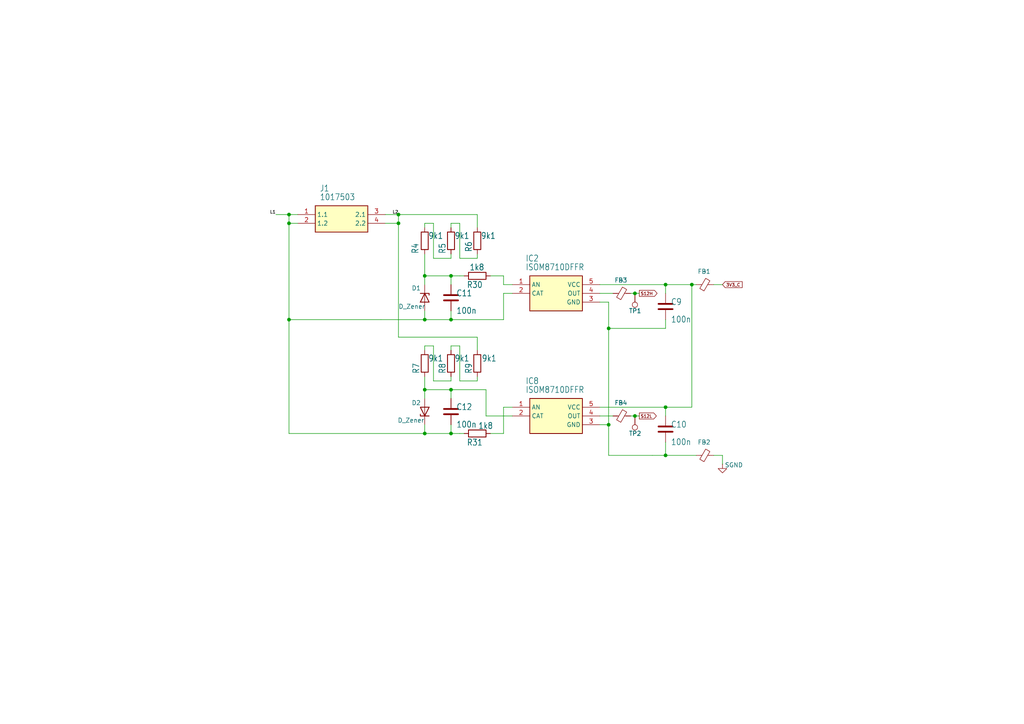
<source format=kicad_sch>
(kicad_sch (version 20231120) (generator "eeschema") (generator_version "8.0")
  (paper "A4")
  (lib_symbols
    (symbol "1017503:1017503"
      (property "Reference" "J" (at 21.59 7.62 0))
      (property "Value" "1017503" (at 21.59 5.08 0))
      (symbol "1017503_1_1"
        (rectangle (start 5.08 2.54) (end 20.32 -5.08) (stroke (width 0.254)) (fill (type background)))
        (pin passive line (at 0 0 0) (length 5.08) (name "1.1") (number "1"))
        (pin passive line (at 0 -2.54 0) (length 5.08) (name "1.2") (number "2"))
        (pin passive line (at 25.4 0 180) (length 5.08) (name "2.1") (number "3"))
        (pin passive line (at 25.4 -2.54 180) (length 5.08) (name "2.2") (number "4"))
      )
    )
    (symbol "Connector:TestPoint" (pin_numbers hide) (pin_names (offset 0.762) hide)
      (property "Reference" "TP" (at 0 6.858 0))
      (property "Value" "TestPoint" (at 0 5.08 0))
      (symbol "TestPoint_0_1"
        (circle (center 0 3.302) (radius 0.762))
      )
      (symbol "TestPoint_1_1"
        (pin passive line (at 0 0 90) (length 2.54) (name "1") (number "1"))
      )
    )
    (symbol "Device:C" (pin_numbers hide) (pin_names (offset 0.254))
      (property "Reference" "C" (at 0.635 2.54 0))
      (property "Value" "C" (at 0.635 -2.54 0))
      (symbol "C_0_1"
        (polyline (pts (xy -2.032 -0.762) (xy 2.032 -0.762)) (stroke (width 0.508)))
        (polyline (pts (xy -2.032 0.762) (xy 2.032 0.762)) (stroke (width 0.508)))
      )
      (symbol "C_1_1"
        (pin passive line (at 0 3.81 270) (length 2.794) (name "~") (number "1"))
        (pin passive line (at 0 -3.81 90) (length 2.794) (name "~") (number "2"))
      )
    )
    (symbol "Device:D_Zener" (pin_numbers hide) (pin_names (offset 1.016) hide)
      (property "Reference" "D" (at 0 2.54 0))
      (property "Value" "D_Zener" (at 0 -2.54 0))
      (symbol "D_Zener_0_1"
        (polyline (pts (xy 1.27 0) (xy -1.27 0)))
        (polyline (pts (xy -1.27 -1.27) (xy -1.27 1.27) (xy -0.762 1.27)) (stroke (width 0.254)))
        (polyline (pts (xy 1.27 -1.27) (xy 1.27 1.27) (xy -1.27 0) (xy 1.27 -1.27)) (stroke (width 0.254)))
      )
      (symbol "D_Zener_1_1"
        (pin passive line (at -3.81 0 0) (length 2.54) (name "K") (number "1"))
        (pin passive line (at 3.81 0 180) (length 2.54) (name "A") (number "2"))
      )
    )
    (symbol "Device:FerriteBead_Small" (pin_numbers hide) (pin_names (offset 0))
      (property "Reference" "FB" (at 1.905 1.27 0))
      (property "Value" "FerriteBead_Small" (at 1.905 -1.27 0))
      (symbol "FerriteBead_Small_0_1"
        (polyline (pts (xy 0 -1.27) (xy 0 -0.7874)))
        (polyline (pts (xy 0 0.889) (xy 0 1.2954)))
        (polyline (pts (xy -1.8288 0.2794) (xy -1.1176 1.4986) (xy 1.8288 -0.2032) (xy 1.1176 -1.4224) (xy -1.8288 0.2794)))
      )
      (symbol "FerriteBead_Small_1_1"
        (pin passive line (at 0 2.54 270) (length 1.27) (name "~") (number "1"))
        (pin passive line (at 0 -2.54 90) (length 1.27) (name "~") (number "2"))
      )
    )
    (symbol "Device:R" (pin_numbers hide) (pin_names (offset 0))
      (property "Reference" "R" (at 2.032 0 90))
      (property "Value" "R" (at 0 0 90))
      (symbol "R_0_1"
        (rectangle (start -1.016 -2.54) (end 1.016 2.54) (stroke (width 0.254)))
      )
      (symbol "R_1_1"
        (pin passive line (at 0 3.81 270) (length 1.27) (name "~") (number "1"))
        (pin passive line (at 0 -3.81 90) (length 1.27) (name "~") (number "2"))
      )
    )
    (symbol "ISOM8710DFFR:ISOM8710DFFR"
      (property "Reference" "IC" (at 21.59 7.62 0))
      (property "Value" "ISOM8710DFFR" (at 21.59 5.08 0))
      (symbol "ISOM8710DFFR_1_1"
        (rectangle (start 5.08 2.54) (end 20.32 -7.62) (stroke (width 0.254)) (fill (type background)))
        (pin passive line (at 0 0 0) (length 5.08) (name "AN") (number "1"))
        (pin passive line (at 0 -2.54 0) (length 5.08) (name "CAT") (number "2"))
        (pin passive line (at 25.4 -5.08 180) (length 5.08) (name "GND") (number "3"))
        (pin passive line (at 25.4 -2.54 180) (length 5.08) (name "OUT") (number "4"))
        (pin passive line (at 25.4 0 180) (length 5.08) (name "VCC") (number "5"))
      )
    )
    (symbol "power:GND2" (power) (pin_numbers hide) (pin_names (offset 0) hide)
      (property "Value" "GND2" (at 0 -3.81 0))
      (symbol "GND2_0_1"
        (polyline (pts (xy 0 0) (xy 0 -1.27) (xy 1.27 -1.27) (xy 0 -2.54) (xy -1.27 -1.27) (xy 0 -1.27)))
      )
      (symbol "GND2_1_1"
        (pin power_in line (at 0 0 270) (length 0) (name "~") (number "1"))
      )
    )
  )
  (junction (at 123.19 125.73))
  (junction (at 184.15 85.09))
  (junction (at 115.57 64.77))
  (junction (at 184.15 120.65))
  (junction (at 176.53 95.25))
  (junction (at 83.82 92.71))
  (junction (at 130.81 80.01))
  (junction (at 115.57 62.23))
  (junction (at 123.19 92.71))
  (junction (at 176.53 123.19))
  (junction (at 200.66 82.55))
  (junction (at 83.82 62.23))
  (junction (at 193.04 118.11))
  (junction (at 193.04 132.08))
  (junction (at 123.19 80.01))
  (junction (at 130.81 125.73))
  (junction (at 83.82 64.77))
  (junction (at 123.19 113.03))
  (junction (at 130.81 113.03))
  (junction (at 193.04 82.55))
  (junction (at 130.81 92.71))
  (wire (pts (xy 123.19 90.17) (xy 123.19 92.71)))
  (wire (pts (xy 130.81 125.73) (xy 123.19 125.73)) (stroke (width 0.1524)))
  (wire (pts (xy 189.23 132.08) (xy 193.04 132.08)))
  (wire (pts (xy 111.76 62.23) (xy 115.57 62.23)))
  (wire (pts (xy 83.82 92.71) (xy 83.82 125.73)) (stroke (width 0.1524)))
  (wire (pts (xy 123.19 100.33) (xy 123.19 101.6)) (stroke (width 0.1524)))
  (wire (pts (xy 173.99 87.63) (xy 176.53 87.63)) (stroke (width 0.1524)))
  (wire (pts (xy 125.73 110.49) (xy 125.73 100.33)) (stroke (width 0.1524)))
  (wire (pts (xy 193.04 118.11) (xy 200.66 118.11)) (stroke (width 0.1524)))
  (wire (pts (xy 146.05 118.11) (xy 146.05 125.73)) (stroke (width 0.1524)))
  (wire (pts (xy 138.43 100.33) (xy 138.43 101.6)))
  (wire (pts (xy 123.19 110.49) (xy 123.19 113.03)) (stroke (width 0.1524)))
  (wire (pts (xy 123.19 80.01) (xy 123.19 82.55)) (stroke (width 0.1524)))
  (wire (pts (xy 193.04 82.55) (xy 193.04 85.09)) (stroke (width 0.1524)))
  (wire (pts (xy 209.55 132.08) (xy 207.01 132.08)))
  (wire (pts (xy 86.36 62.23) (xy 83.82 62.23)))
  (wire (pts (xy 130.81 110.49) (xy 125.73 110.49)) (stroke (width 0.1524)))
  (wire (pts (xy 133.35 125.73) (xy 130.81 125.73)) (stroke (width 0.1524)))
  (wire (pts (xy 138.43 110.49) (xy 133.35 110.49)) (stroke (width 0.1524)))
  (wire (pts (xy 200.66 82.55) (xy 201.93 82.55)) (stroke (width 0.1524)))
  (wire (pts (xy 123.19 109.22) (xy 123.19 110.49)))
  (wire (pts (xy 83.82 62.23) (xy 83.82 64.77)))
  (wire (pts (xy 130.81 123.19) (xy 130.81 125.73)) (stroke (width 0.1524)))
  (wire (pts (xy 123.19 123.19) (xy 123.19 125.73)) (stroke (width 0.1524)))
  (wire (pts (xy 133.35 80.01) (xy 134.62 80.01)))
  (wire (pts (xy 173.99 123.19) (xy 176.53 123.19)) (stroke (width 0.1524)))
  (wire (pts (xy 138.43 74.93) (xy 133.35 74.93)) (stroke (width 0.1524)))
  (wire (pts (xy 133.35 80.01) (xy 130.81 80.01)) (stroke (width 0.1524)))
  (wire (pts (xy 130.81 80.01) (xy 123.19 80.01)) (stroke (width 0.1524)))
  (wire (pts (xy 133.35 125.73) (xy 134.62 125.73)))
  (wire (pts (xy 111.76 64.77) (xy 115.57 64.77)))
  (wire (pts (xy 125.73 74.93) (xy 125.73 64.77)) (stroke (width 0.1524)))
  (wire (pts (xy 83.82 64.77) (xy 86.36 64.77)))
  (wire (pts (xy 110.49 92.71) (xy 123.19 92.71)) (stroke (width 0.1524)))
  (wire (pts (xy 193.04 82.55) (xy 200.66 82.55)) (stroke (width 0.1524)))
  (wire (pts (xy 184.15 85.09) (xy 185.42 85.09)) (stroke (width 0.1524)))
  (wire (pts (xy 138.43 62.23) (xy 138.43 66.04)) (stroke (width 0.1524)))
  (wire (pts (xy 115.57 62.23) (xy 138.43 62.23)) (stroke (width 0.1524)))
  (wire (pts (xy 130.81 80.01) (xy 130.81 82.55)) (stroke (width 0.1524)))
  (wire (pts (xy 176.53 123.19) (xy 176.53 132.08)) (stroke (width 0.1524)))
  (wire (pts (xy 140.97 113.03) (xy 130.81 113.03)) (stroke (width 0.1524)))
  (wire (pts (xy 193.04 92.71) (xy 193.04 95.25)))
  (wire (pts (xy 123.19 92.71) (xy 130.81 92.71)) (stroke (width 0.1524)))
  (wire (pts (xy 193.04 132.08) (xy 201.93 132.08)))
  (wire (pts (xy 80.01 62.23) (xy 83.82 62.23)))
  (wire (pts (xy 148.59 85.09) (xy 146.05 85.09)) (stroke (width 0.1524)))
  (wire (pts (xy 176.53 87.63) (xy 176.53 95.25)) (stroke (width 0.1524)))
  (wire (pts (xy 148.59 120.65) (xy 140.97 120.65)) (stroke (width 0.1524)))
  (wire (pts (xy 184.15 120.65) (xy 185.42 120.65)) (stroke (width 0.1524)))
  (wire (pts (xy 173.99 120.65) (xy 177.8 120.65)) (stroke (width 0.1524)))
  (wire (pts (xy 83.82 92.71) (xy 110.49 92.71)))
  (wire (pts (xy 123.19 73.66) (xy 123.19 80.01)) (stroke (width 0.1524)))
  (wire (pts (xy 146.05 85.09) (xy 146.05 92.71)) (stroke (width 0.1524)))
  (wire (pts (xy 209.55 132.08) (xy 209.55 134.62)))
  (wire (pts (xy 133.35 74.93) (xy 133.35 64.77)) (stroke (width 0.1524)))
  (wire (pts (xy 146.05 82.55) (xy 146.05 80.01)) (stroke (width 0.1524)))
  (wire (pts (xy 133.35 100.33) (xy 130.81 100.33)) (stroke (width 0.1524)))
  (wire (pts (xy 130.81 64.77) (xy 130.81 66.04)))
  (wire (pts (xy 115.57 97.79) (xy 115.57 64.77)) (stroke (width 0.1524)))
  (wire (pts (xy 176.53 95.25) (xy 176.53 123.19)) (stroke (width 0.1524)))
  (wire (pts (xy 207.01 82.55) (xy 209.55 82.55)) (stroke (width 0.1524)))
  (wire (pts (xy 83.82 125.73) (xy 123.19 125.73)) (stroke (width 0.1524)))
  (wire (pts (xy 148.59 118.11) (xy 146.05 118.11)) (stroke (width 0.1524)))
  (wire (pts (xy 173.99 118.11) (xy 193.04 118.11)) (stroke (width 0.1524)))
  (wire (pts (xy 130.81 115.57) (xy 130.81 113.03)) (stroke (width 0.1524)))
  (wire (pts (xy 193.04 118.11) (xy 193.04 120.65)) (stroke (width 0.1524)))
  (wire (pts (xy 140.97 120.65) (xy 140.97 113.03)) (stroke (width 0.1524)))
  (wire (pts (xy 142.24 80.01) (xy 146.05 80.01)) (stroke (width 0.1524)))
  (wire (pts (xy 130.81 113.03) (xy 123.19 113.03)) (stroke (width 0.1524)))
  (wire (pts (xy 138.43 73.66) (xy 138.43 74.93)))
  (wire (pts (xy 182.88 120.65) (xy 184.15 120.65)) (stroke (width 0.1524)))
  (wire (pts (xy 148.59 82.55) (xy 146.05 82.55)) (stroke (width 0.1524)))
  (wire (pts (xy 176.53 132.08) (xy 189.23 132.08)) (stroke (width 0.1524)))
  (wire (pts (xy 115.57 97.79) (xy 138.43 97.79)) (stroke (width 0.1524)))
  (wire (pts (xy 173.99 85.09) (xy 177.8 85.09)) (stroke (width 0.1524)))
  (wire (pts (xy 193.04 132.08) (xy 193.04 128.27)))
  (wire (pts (xy 176.53 95.25) (xy 193.04 95.25)))
  (wire (pts (xy 125.73 100.33) (xy 123.19 100.33)) (stroke (width 0.1524)))
  (wire (pts (xy 123.19 113.03) (xy 123.19 115.57)) (stroke (width 0.1524)))
  (wire (pts (xy 130.81 90.17) (xy 130.81 92.71)) (stroke (width 0.1524)))
  (wire (pts (xy 83.82 64.77) (xy 83.82 92.71)))
  (wire (pts (xy 115.57 64.77) (xy 115.57 62.23)) (stroke (width 0.1524)))
  (wire (pts (xy 138.43 97.79) (xy 138.43 100.33)) (stroke (width 0.1524)))
  (wire (pts (xy 200.66 118.11) (xy 200.66 82.55)) (stroke (width 0.1524)))
  (wire (pts (xy 130.81 73.66) (xy 130.81 74.93)))
  (wire (pts (xy 125.73 64.77) (xy 123.19 64.77)) (stroke (width 0.1524)))
  (wire (pts (xy 130.81 100.33) (xy 130.81 101.6)))
  (wire (pts (xy 123.19 64.77) (xy 123.19 66.04)))
  (wire (pts (xy 130.81 109.22) (xy 130.81 110.49)))
  (wire (pts (xy 146.05 92.71) (xy 130.81 92.71)) (stroke (width 0.1524)))
  (wire (pts (xy 173.99 82.55) (xy 193.04 82.55)) (stroke (width 0.1524)))
  (wire (pts (xy 130.81 74.93) (xy 125.73 74.93)) (stroke (width 0.1524)))
  (wire (pts (xy 182.88 85.09) (xy 184.15 85.09)) (stroke (width 0.1524)))
  (wire (pts (xy 138.43 109.22) (xy 138.43 110.49)))
  (wire (pts (xy 133.35 110.49) (xy 133.35 100.33)) (stroke (width 0.1524)))
  (wire (pts (xy 133.35 64.77) (xy 130.81 64.77)) (stroke (width 0.1524)))
  (wire (pts (xy 142.24 125.73) (xy 146.05 125.73)) (stroke (width 0.1524)))
  (label "L1" (at 80.01 62.23 180) (effects (font (size 0.889 0.889))))
  (label "L2" (at 115.57 62.23 180) (effects (font (size 0.889 0.889))))
  (global_label "S12H" (shape output) (at 185.42 85.09 0) (effects (font (size 0.889 0.889))) (property "Intersheetrefs" "${INTERSHEET_REFS}" (effects (hide yes))))
  (global_label "3V3_C" (shape input) (at 209.55 82.55 0) (effects (font (size 0.889 0.889))) (property "Intersheetrefs" "${INTERSHEET_REFS}" (effects (hide yes))))
  (global_label "S12L" (shape output) (at 185.42 120.65 0) (effects (font (size 0.889 0.889))) (property "Intersheetrefs" "${INTERSHEET_REFS}" (effects (hide yes))))
  (symbol (lib_id "Device:R") (at 123.19 105.41 0) (unit 1)
    (property "Reference" "R7" (at 121.666 108.458 90) (effects (font (size 1.778 1.5113)) (justify left bottom)))
    (property "Value" "9k1" (at 124.206 104.902 0) (effects (font (size 1.778 1.5113)) (justify left bottom)))
    (property "Footprint" "Resistor_SMD:R_1206_3216Metric_Pad1.30x1.75mm_HandSolder" (effects (hide yes)))
    (property "Description" "Resistor" (effects (hide yes)))
  )
  (symbol (lib_id "Device:R") (at 138.43 125.73 270) (unit 1)
    (property "Reference" "R31" (at 135.382 129.286 90) (effects (font (size 1.778 1.5113)) (justify left bottom)))
    (property "Value" "1k8" (at 138.684 124.46 90) (effects (font (size 1.778 1.5113)) (justify left bottom)))
    (property "Footprint" "Resistor_SMD:R_0805_2012Metric_Pad1.20x1.40mm_HandSolder" (effects (hide yes)))
    (property "Description" "Resistor" (effects (hide yes)))
  )
  (symbol (lib_id "Device:C") (at 193.04 124.46 0) (unit 1)
    (property "Reference" "C10" (at 194.564 124.079 0) (effects (font (size 1.778 1.5113)) (justify left bottom)))
    (property "Value" "100n" (at 194.564 129.159 0) (effects (font (size 1.778 1.5113)) (justify left bottom)))
    (property "Footprint" "Capacitor_SMD:C_0805_2012Metric_Pad1.18x1.45mm_HandSolder" (effects (hide yes)))
    (property "Description" "Unpolarized capacitor" (effects (hide yes)))
  )
  (symbol (lib_id "power:GND2") (at 209.55 134.62 0) (unit 1)
    (property "Reference" "#PWR01" (effects (hide yes)))
    (property "Value" "SGND" (at 212.852 134.874 0))
    (property "Description" "Power symbol creates a global label with name \"GND2\" , ground" (effects (hide yes)))
  )
  (symbol (lib_id "Device:C") (at 193.04 88.9 0) (unit 1)
    (property "Reference" "C9" (at 194.564 88.519 0) (effects (font (size 1.778 1.5113)) (justify left bottom)))
    (property "Value" "100n" (at 194.564 93.599 0) (effects (font (size 1.778 1.5113)) (justify left bottom)))
    (property "Footprint" "Capacitor_SMD:C_0805_2012Metric_Pad1.18x1.45mm_HandSolder" (effects (hide yes)))
    (property "Description" "Unpolarized capacitor" (effects (hide yes)))
  )
  (symbol (lib_id "Device:R") (at 130.81 105.41 0) (unit 1)
    (property "Reference" "R8" (at 129.286 108.458 90) (effects (font (size 1.778 1.5113)) (justify left bottom)))
    (property "Value" "9k1" (at 131.826 104.902 0) (effects (font (size 1.778 1.5113)) (justify left bottom)))
    (property "Footprint" "Resistor_SMD:R_1206_3216Metric_Pad1.30x1.75mm_HandSolder" (effects (hide yes)))
    (property "Description" "Resistor" (effects (hide yes)))
  )
  (symbol (lib_id "Device:D_Zener") (at 123.19 119.38 90) (unit 1)
    (property "Reference" "D2" (at 119.38 116.84 90) (effects (justify right)))
    (property "Value" "D_Zener" (at 115.316 121.92 90) (effects (justify right)))
    (property "Footprint" "Diode_SMD:D_SOD-323_HandSoldering" (effects (hide yes)))
    (property "Description" "Zener diode" (effects (hide yes)))
  )
  (symbol (lib_id "Device:C") (at 130.81 119.38 0) (unit 1)
    (property "Reference" "C12" (at 132.334 118.999 0) (effects (font (size 1.778 1.5113)) (justify left bottom)))
    (property "Value" "100n" (at 132.334 124.079 0) (effects (font (size 1.778 1.5113)) (justify left bottom)))
    (property "Footprint" "Capacitor_SMD:C_0805_2012Metric_Pad1.18x1.45mm_HandSolder" (effects (hide yes)))
    (property "Description" "Unpolarized capacitor" (effects (hide yes)))
  )
  (symbol (lib_id "Device:R") (at 123.19 69.85 0) (unit 1)
    (property "Reference" "R4" (at 121.412 73.66 90) (effects (font (size 1.778 1.5113)) (justify left bottom)))
    (property "Value" "9k1" (at 124.206 69.342 0) (effects (font (size 1.778 1.5113)) (justify left bottom)))
    (property "Footprint" "Resistor_SMD:R_1206_3216Metric_Pad1.30x1.75mm_HandSolder" (effects (hide yes)))
    (property "Description" "Resistor" (effects (hide yes)))
  )
  (symbol (lib_id "1017503:1017503") (at 86.36 62.23 0) (unit 1)
    (property "Reference" "J1" (at 92.71 54.61 0) (effects (font (size 1.778 1.5113)) (justify left)))
    (property "Value" "1017503" (at 92.71 57.15 0) (effects (font (size 1.778 1.5113)) (justify left)))
    (property "Footprint" "PFoot:1017503" (effects (hide yes)))
    (property "Datasheet" "http://www.phoenixcontact.com/de/produkte/1017503/pdf" (effects (hide yes)))
    (property "Description" "PCB terminal block, nominal current: 32 A, rated voltage (III/2): 400 V, nominal cross section: 2.5 mm?, Number of potentials: 2, Number of rows: 1, Number of positions per row: 2, product range: TDPT 2,5/..-SP, pitch: 5.08 mm, connection method: Push-in spring connection, mounting: Wave soldering, conductor/PCB connection direction: 0 ?, color: green, Pin layout: Linear double pinning, Solder pin [P]: 3.5 mm, type of packaging: packed in cardboard" (effects (hide yes)))
    (property "Height" "19.2" (effects (hide yes)))
    (property "Mouser Part Number" "651-1017503" (effects (hide yes)))
    (property "Mouser Price/Stock" "https://www.mouser.co.uk/ProductDetail/Phoenix-Contact/1017503?qs=F5EMLAvA7ICurcWsoxF7Hw%3D%3D" (effects (hide yes)))
    (property "Manufacturer_Name" "Phoenix Contact" (effects (hide yes)))
    (property "Manufacturer_Part_Number" "1017503" (effects (hide yes)))
  )
  (symbol (lib_id "Connector:TestPoint") (at 184.15 85.09 180) (unit 1)
    (property "Reference" "TP1" (at 182.372 90.17 0) (effects (justify right)))
    (property "Value" "TestPoint" (effects (hide yes)))
    (property "Footprint" "TestPoint:TestPoint_THTPad_D2.0mm_Drill1.0mm" (effects (hide yes)))
    (property "Description" "test point" (effects (hide yes)))
  )
  (symbol (lib_id "Connector:TestPoint") (at 184.15 120.65 180) (unit 1)
    (property "Reference" "TP2" (at 182.372 125.73 0) (effects (justify right)))
    (property "Value" "TestPoint" (effects (hide yes)))
    (property "Footprint" "TestPoint:TestPoint_THTPad_D2.0mm_Drill1.0mm" (effects (hide yes)))
    (property "Description" "test point" (effects (hide yes)))
  )
  (symbol (lib_id "Device:FerriteBead_Small") (at 180.34 120.65 90) (unit 1)
    (property "Reference" "FB4" (at 180.086 116.84 90))
    (property "Value" "~" (at 180.3019 116.84 90))
    (property "Footprint" "Inductor_SMD:L_0805_2012Metric_Pad1.15x1.40mm_HandSolder" (effects (hide yes)))
    (property "Description" "Ferrite bead, small symbol" (effects (hide yes)))
  )
  (symbol (lib_id "Device:FerriteBead_Small") (at 204.47 82.55 90) (unit 1)
    (property "Reference" "FB1" (at 204.216 78.74 90))
    (property "Value" "~" (at 204.4319 78.74 90))
    (property "Footprint" "Inductor_SMD:L_0805_2012Metric_Pad1.15x1.40mm_HandSolder" (effects (hide yes)))
    (property "Description" "Ferrite bead, small symbol" (effects (hide yes)))
  )
  (symbol (lib_id "Device:R") (at 130.81 69.85 0) (unit 1)
    (property "Reference" "R5" (at 129.286 73.66 90) (effects (font (size 1.778 1.5113)) (justify left bottom)))
    (property "Value" "9k1" (at 131.826 69.342 0) (effects (font (size 1.778 1.5113)) (justify left bottom)))
    (property "Footprint" "Resistor_SMD:R_1206_3216Metric_Pad1.30x1.75mm_HandSolder" (effects (hide yes)))
    (property "Description" "Resistor" (effects (hide yes)))
  )
  (symbol (lib_id "Device:R") (at 138.43 80.01 270) (unit 1)
    (property "Reference" "R30" (at 135.382 83.566 90) (effects (font (size 1.778 1.5113)) (justify left bottom)))
    (property "Value" "1k8" (at 136.144 78.486 90) (effects (font (size 1.778 1.5113)) (justify left bottom)))
    (property "Footprint" "Resistor_SMD:R_0805_2012Metric_Pad1.20x1.40mm_HandSolder" (effects (hide yes)))
    (property "Description" "Resistor" (effects (hide yes)))
  )
  (symbol (lib_id "ISOM8710DFFR:ISOM8710DFFR") (at 148.59 118.11 0) (unit 1)
    (property "Reference" "IC8" (at 152.4 110.49 0) (effects (font (size 1.778 1.5113)) (justify left)))
    (property "Value" "ISOM8710DFFR" (at 152.4 113.03 0) (effects (font (size 1.778 1.5113)) (justify left)))
    (property "Footprint" "PFoot:ISOM8710DFFR" (effects (hide yes)))
    (property "Datasheet" "https://www.ti.com/lit/gpn/isom8711" (effects (hide yes)))
    (property "Description" "Interface - Specialized DC input, logic output, single-channel high-speed opto-emulator 5-SOIC -40 to 125" (effects (hide yes)))
    (property "Height" "2.65" (effects (hide yes)))
    (property "Mouser Part Number" "595-ISOM8710DFFR" (effects (hide yes)))
    (property "Mouser Price/Stock" "https://www.mouser.co.uk/ProductDetail/Texas-Instruments/ISOM8710DFFR?qs=1Kr7Jg1SGW%2Fig%2FeXrQnwtQ%3D%3D" (effects (hide yes)))
    (property "Manufacturer_Name" "Texas Instruments" (effects (hide yes)))
    (property "Manufacturer_Part_Number" "ISOM8710DFFR" (effects (hide yes)))
  )
  (symbol (lib_id "Device:FerriteBead_Small") (at 180.34 85.09 90) (unit 1)
    (property "Reference" "FB3" (at 180.086 81.28 90))
    (property "Value" "~" (at 180.3019 81.28 90))
    (property "Footprint" "Inductor_SMD:L_0805_2012Metric_Pad1.15x1.40mm_HandSolder" (effects (hide yes)))
    (property "Description" "Ferrite bead, small symbol" (effects (hide yes)))
  )
  (symbol (lib_id "Device:R") (at 138.43 105.41 0) (unit 1)
    (property "Reference" "R9" (at 136.906 108.458 90) (effects (font (size 1.778 1.5113)) (justify left bottom)))
    (property "Value" "9k1" (at 139.7 104.902 0) (effects (font (size 1.778 1.5113)) (justify left bottom)))
    (property "Footprint" "Resistor_SMD:R_1206_3216Metric_Pad1.30x1.75mm_HandSolder" (effects (hide yes)))
    (property "Description" "Resistor" (effects (hide yes)))
  )
  (symbol (lib_id "Device:FerriteBead_Small") (at 204.47 132.08 90) (unit 1)
    (property "Reference" "FB2" (at 204.216 128.27 90))
    (property "Value" "~" (at 204.4319 128.27 90))
    (property "Footprint" "Inductor_SMD:L_0805_2012Metric_Pad1.15x1.40mm_HandSolder" (effects (hide yes)))
    (property "Description" "Ferrite bead, small symbol" (effects (hide yes)))
  )
  (symbol (lib_id "Device:C") (at 130.81 86.36 0) (unit 1)
    (property "Reference" "C11" (at 132.334 85.979 0) (effects (font (size 1.778 1.5113)) (justify left bottom)))
    (property "Value" "100n" (at 132.334 91.059 0) (effects (font (size 1.778 1.5113)) (justify left bottom)))
    (property "Footprint" "Capacitor_SMD:C_0805_2012Metric_Pad1.18x1.45mm_HandSolder" (effects (hide yes)))
    (property "Description" "Unpolarized capacitor" (effects (hide yes)))
  )
  (symbol (lib_id "Device:R") (at 138.43 69.85 0) (unit 1)
    (property "Reference" "R6" (at 136.906 73.152 90) (effects (font (size 1.778 1.5113)) (justify left bottom)))
    (property "Value" "9k1" (at 139.446 69.342 0) (effects (font (size 1.778 1.5113)) (justify left bottom)))
    (property "Footprint" "Resistor_SMD:R_1206_3216Metric_Pad1.30x1.75mm_HandSolder" (effects (hide yes)))
    (property "Description" "Resistor" (effects (hide yes)))
  )
  (symbol (lib_id "Device:D_Zener") (at 123.19 86.36 270) (unit 1)
    (property "Reference" "D1" (at 119.38 83.566 90) (effects (justify left)))
    (property "Value" "D_Zener" (at 115.57 88.9 90) (effects (justify left)))
    (property "Footprint" "Diode_SMD:D_SOD-323_HandSoldering" (effects (hide yes)))
    (property "Description" "Zener diode" (effects (hide yes)))
  )
  (symbol (lib_id "ISOM8710DFFR:ISOM8710DFFR") (at 148.59 82.55 0) (unit 1)
    (property "Reference" "IC2" (at 152.4 74.93 0) (effects (font (size 1.778 1.5113)) (justify left)))
    (property "Value" "ISOM8710DFFR" (at 152.4 77.47 0) (effects (font (size 1.778 1.5113)) (justify left)))
    (property "Footprint" "PFoot:ISOM8710DFFR" (effects (hide yes)))
    (property "Datasheet" "https://www.ti.com/lit/gpn/isom8711" (effects (hide yes)))
    (property "Description" "Interface - Specialized DC input, logic output, single-channel high-speed opto-emulator 5-SOIC -40 to 125" (effects (hide yes)))
    (property "Height" "2.65" (effects (hide yes)))
    (property "Mouser Part Number" "595-ISOM8710DFFR" (effects (hide yes)))
    (property "Mouser Price/Stock" "https://www.mouser.co.uk/ProductDetail/Texas-Instruments/ISOM8710DFFR?qs=1Kr7Jg1SGW%2Fig%2FeXrQnwtQ%3D%3D" (effects (hide yes)))
    (property "Manufacturer_Name" "Texas Instruments" (effects (hide yes)))
    (property "Manufacturer_Part_Number" "ISOM8710DFFR" (effects (hide yes)))
  )
)
</source>
